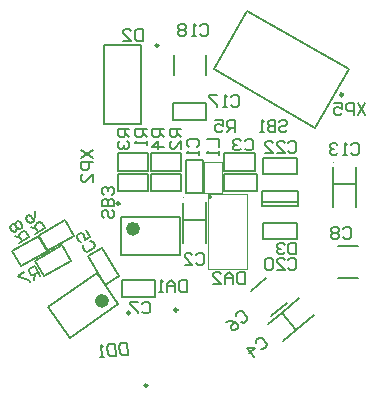
<source format=gbo>
G04*
G04 #@! TF.GenerationSoftware,Altium Limited,Altium Designer,25.1.2 (22)*
G04*
G04 Layer_Color=16776960*
%FSLAX44Y44*%
%MOMM*%
G71*
G04*
G04 #@! TF.SameCoordinates,7166223C-B6ED-409E-8759-D5DD53971EAE*
G04*
G04*
G04 #@! TF.FilePolarity,Positive*
G04*
G01*
G75*
%ADD10C,0.2500*%
%ADD11C,0.2540*%
%ADD12C,0.2000*%
%ADD13C,0.6000*%
%ADD14C,0.1270*%
%ADD15C,0.1000*%
D10*
X119447Y90480D02*
G03*
X119447Y90480I-1250J0D01*
G01*
X110750Y183000D02*
G03*
X110750Y183000I-1250J0D01*
G01*
X299756Y275284D02*
G03*
X299756Y275284I-1250J0D01*
G01*
X143500Y317000D02*
G03*
X143500Y317000I-1250J0D01*
G01*
D11*
X134250Y29000D02*
G03*
X134250Y29000I-1250J0D01*
G01*
X159650Y93000D02*
G03*
X159650Y93000I-1250J0D01*
G01*
D12*
X187294Y187769D02*
G03*
X187098Y187789I0J1000D01*
G01*
X236759Y81455D02*
X247850Y90761D01*
X249362Y66830D02*
X260258Y75974D01*
X247850Y90761D02*
X262832Y103333D01*
X247850Y90761D02*
X260258Y75974D01*
X275241Y88545D01*
X221807Y108915D02*
X234798Y119816D01*
X239202Y88184D02*
X252193Y99085D01*
X199000Y194000D02*
X227000D01*
X199000Y208000D02*
X227000D01*
X199000Y194000D02*
Y208000D01*
X227000Y194000D02*
Y208000D01*
X50344Y95767D02*
X68698Y69554D01*
X91302Y124446D02*
X109656Y98233D01*
X50344Y95767D02*
X91302Y124446D01*
X68698Y69554D02*
X109656Y98233D01*
X39362Y134745D02*
X61879Y147745D01*
X46863Y121755D02*
X69379Y134755D01*
X61879Y147745D02*
X69379Y134755D01*
X39362Y134745D02*
X46863Y121755D01*
X291348Y179982D02*
Y199540D01*
X310652Y199540D01*
X310652Y179982D02*
X310652Y199540D01*
X291348Y199540D02*
Y213764D01*
X310652Y214018D02*
X310652Y199540D01*
X97938Y114376D02*
X110062Y121376D01*
X83938Y138624D02*
X96062Y145624D01*
X110062Y121376D01*
X83938Y138624D02*
X97938Y114376D01*
X19742Y142995D02*
X27242Y130005D01*
X42258Y155995D02*
X49758Y143005D01*
X27242Y130005D02*
X49758Y143005D01*
X19742Y142995D02*
X42258Y155995D01*
X295521Y120469D02*
X312479D01*
X295521Y147531D02*
X312479D01*
X232500Y153000D02*
Y167000D01*
X260500Y153000D02*
Y167000D01*
X232500Y153000D02*
X260500D01*
X232500Y167000D02*
X260500D01*
Y208000D02*
Y222000D01*
X232500Y208000D02*
Y222000D01*
X260500D01*
X232500Y208000D02*
X260500D01*
X225000Y210500D02*
Y225500D01*
X199000Y210500D02*
Y225500D01*
X225000D01*
X199000Y210500D02*
X225000D01*
X164348Y149982D02*
Y169540D01*
X183652D01*
Y149982D02*
Y169540D01*
X164348D02*
Y183764D01*
X183652Y169540D02*
Y184018D01*
X167000Y220000D02*
X181000D01*
X167000Y192000D02*
X181000D01*
X167000D02*
Y220000D01*
X181000Y192000D02*
Y220000D01*
X141000Y104000D02*
Y118000D01*
X113000Y104000D02*
Y118000D01*
X141000D01*
X113000Y104000D02*
X141000D01*
X112050Y171750D02*
X162050D01*
X112050Y139750D02*
X162050D01*
X112050D02*
Y171750D01*
X162050Y139750D02*
Y171750D01*
X137000Y193500D02*
Y208500D01*
X163000Y193500D02*
Y208500D01*
X137000Y193500D02*
X163000D01*
X137000Y208500D02*
X163000D01*
X163000Y210500D02*
Y225500D01*
X137000Y210500D02*
Y225500D01*
X163000D01*
X137000Y210500D02*
X163000D01*
X135000D02*
Y225500D01*
X109000Y210500D02*
Y225500D01*
X135000D01*
X109000Y210500D02*
X135000D01*
Y193500D02*
Y208500D01*
X109000Y193500D02*
Y208500D01*
X135000D01*
X109000Y193500D02*
X135000D01*
X190352Y296954D02*
X218927Y346447D01*
X304663Y296947D01*
X276088Y247454D02*
X304663Y296947D01*
X190352Y296954D02*
X276088Y247454D01*
X41992Y155995D02*
X64508Y168995D01*
X49492Y143005D02*
X72008Y156005D01*
X64508Y168995D02*
X72008Y156005D01*
X41992Y155995D02*
X49492Y143005D01*
X97500Y250500D02*
X128500D01*
X97500Y317500D02*
X128500D01*
X97500Y250500D02*
Y317500D01*
X128500Y250500D02*
Y317500D01*
X183531Y291521D02*
Y308479D01*
X156469Y291521D02*
Y308479D01*
X156000Y254000D02*
X184000D01*
X156000Y268000D02*
X184000D01*
X156000Y254000D02*
Y268000D01*
X184000Y254000D02*
Y268000D01*
X78002Y228329D02*
X87998Y221665D01*
X78002D02*
X87998Y228329D01*
Y218332D02*
X78002D01*
Y213334D01*
X79668Y211668D01*
X83000D01*
X84666Y213334D01*
Y218332D01*
X87998Y201671D02*
Y208335D01*
X81334Y201671D01*
X79668D01*
X78002Y203337D01*
Y206669D01*
X79668Y208335D01*
X318855Y268282D02*
X312190Y258285D01*
Y268282D02*
X318855Y258285D01*
X308858D02*
Y268282D01*
X303860D01*
X302193Y266616D01*
Y263284D01*
X303860Y261617D01*
X308858D01*
X292197Y268282D02*
X298861D01*
Y263284D01*
X295529Y264950D01*
X293863D01*
X292197Y263284D01*
Y259951D01*
X293863Y258285D01*
X297195D01*
X298861Y259951D01*
X216677Y124842D02*
Y114846D01*
X211679D01*
X210012Y116512D01*
Y123176D01*
X211679Y124842D01*
X216677D01*
X206680Y114846D02*
Y121510D01*
X203348Y124842D01*
X200016Y121510D01*
Y114846D01*
Y119844D01*
X206680D01*
X190019Y114846D02*
X196684D01*
X190019Y121510D01*
Y123176D01*
X191685Y124842D01*
X195017D01*
X196684Y123176D01*
X260331Y149998D02*
Y140002D01*
X255332D01*
X253666Y141668D01*
Y148332D01*
X255332Y149998D01*
X260331D01*
X250334Y148332D02*
X248668Y149998D01*
X245336D01*
X243669Y148332D01*
Y146666D01*
X245336Y145000D01*
X247002D01*
X245336D01*
X243669Y143334D01*
Y141668D01*
X245336Y140002D01*
X248668D01*
X250334Y141668D01*
X245998Y252332D02*
X247665Y253998D01*
X250997D01*
X252663Y252332D01*
Y250666D01*
X250997Y249000D01*
X247665D01*
X245998Y247334D01*
Y245668D01*
X247665Y244002D01*
X250997D01*
X252663Y245668D01*
X242666Y253998D02*
Y244002D01*
X237668D01*
X236002Y245668D01*
Y247334D01*
X237668Y249000D01*
X242666D01*
X237668D01*
X236002Y250666D01*
Y252332D01*
X237668Y253998D01*
X242666D01*
X232669Y244002D02*
X229337D01*
X231003D01*
Y253998D01*
X232669Y252332D01*
X104332Y177335D02*
X105998Y175669D01*
Y172337D01*
X104332Y170671D01*
X102666D01*
X101000Y172337D01*
Y175669D01*
X99334Y177335D01*
X97668D01*
X96002Y175669D01*
Y172337D01*
X97668Y170671D01*
X105998Y180668D02*
X96002D01*
Y185666D01*
X97668Y187332D01*
X99334D01*
X101000Y185666D01*
Y180668D01*
Y185666D01*
X102666Y187332D01*
X104332D01*
X105998Y185666D01*
Y180668D01*
X104332Y190665D02*
X105998Y192331D01*
Y195663D01*
X104332Y197329D01*
X102666D01*
X101000Y195663D01*
Y193997D01*
Y195663D01*
X99334Y197329D01*
X97668D01*
X96002Y195663D01*
Y192331D01*
X97668Y190665D01*
X25512Y149536D02*
X34169Y154535D01*
X31670Y158863D01*
X29394Y159473D01*
X26508Y157807D01*
X25898Y155531D01*
X28397Y151202D01*
X26731Y154088D02*
X22179Y155308D01*
X27728Y162359D02*
X28338Y164635D01*
X26672Y167521D01*
X24395Y168131D01*
X22953Y167298D01*
X22343Y165022D01*
X20067Y165632D01*
X18624Y164799D01*
X18014Y162523D01*
X19680Y159637D01*
X21956Y159027D01*
X23399Y159860D01*
X24009Y162136D01*
X26285Y161526D01*
X27728Y162359D01*
X24009Y162136D02*
X22343Y165022D01*
X43714Y121837D02*
X38715Y130494D01*
X34387Y127995D01*
X33777Y125719D01*
X35443Y122833D01*
X37719Y122223D01*
X42048Y124722D01*
X39162Y123056D02*
X37942Y118504D01*
X30058Y125496D02*
X24286Y122163D01*
X25119Y120721D01*
X34223Y118281D01*
X35056Y116838D01*
X38837Y157286D02*
X47494Y162285D01*
X44995Y166613D01*
X42719Y167223D01*
X39833Y165557D01*
X39223Y163281D01*
X41722Y158952D01*
X40056Y161838D02*
X35504Y163058D01*
X39163Y176714D02*
X39387Y172995D01*
X38167Y168443D01*
X35281Y166777D01*
X33005Y167387D01*
X31339Y170273D01*
X31949Y172548D01*
X33392Y173382D01*
X35668Y172772D01*
X38167Y168443D01*
X208331Y244002D02*
Y253998D01*
X203332D01*
X201666Y252332D01*
Y249000D01*
X203332Y247334D01*
X208331D01*
X204998D02*
X201666Y244002D01*
X191669Y253998D02*
X198334D01*
Y249000D01*
X195002Y250666D01*
X193335D01*
X191669Y249000D01*
Y245668D01*
X193335Y244002D01*
X196668D01*
X198334Y245668D01*
X148332Y246331D02*
X138335D01*
Y241332D01*
X140001Y239666D01*
X143333D01*
X144999Y241332D01*
Y246331D01*
Y242998D02*
X148332Y239666D01*
Y231336D02*
X138335D01*
X143333Y236334D01*
Y229669D01*
X118998Y246331D02*
X109002D01*
Y241332D01*
X110668Y239666D01*
X114000D01*
X115666Y241332D01*
Y246331D01*
Y242998D02*
X118998Y239666D01*
X110668Y236334D02*
X109002Y234668D01*
Y231336D01*
X110668Y229669D01*
X112334D01*
X114000Y231336D01*
Y233002D01*
Y231336D01*
X115666Y229669D01*
X117332D01*
X118998Y231336D01*
Y234668D01*
X117332Y236334D01*
X162998Y246331D02*
X153002D01*
Y241332D01*
X154668Y239666D01*
X158000D01*
X159666Y241332D01*
Y246331D01*
Y242998D02*
X162998Y239666D01*
Y229669D02*
Y236334D01*
X156334Y229669D01*
X154668D01*
X153002Y231336D01*
Y234668D01*
X154668Y236334D01*
X133665Y246331D02*
X123668D01*
Y241332D01*
X125334Y239666D01*
X128667D01*
X130333Y241332D01*
Y246331D01*
Y242998D02*
X133665Y239666D01*
Y236334D02*
Y233002D01*
Y234668D01*
X123668D01*
X125334Y236334D01*
X185002Y237665D02*
X194998D01*
Y231000D01*
Y227668D02*
Y224335D01*
Y226002D01*
X185002D01*
X186668Y227668D01*
X116585Y65065D02*
X117457Y55107D01*
X112477Y54671D01*
X110672Y56186D01*
X110091Y62825D01*
X111606Y64630D01*
X116585Y65065D01*
X106627Y64194D02*
X107498Y54236D01*
X102519Y53800D01*
X100714Y55314D01*
X100133Y61954D01*
X101647Y63759D01*
X106627Y64194D01*
X97539Y53364D02*
X94220Y53074D01*
X95879Y53219D01*
X95008Y63178D01*
X96813Y61663D01*
X167663Y117998D02*
Y108002D01*
X162665D01*
X160998Y109668D01*
Y116332D01*
X162665Y117998D01*
X167663D01*
X157666Y108002D02*
Y114666D01*
X154334Y117998D01*
X151002Y114666D01*
Y108002D01*
Y113000D01*
X157666D01*
X147669Y108002D02*
X144337D01*
X146003D01*
Y117998D01*
X147669Y116332D01*
X130331Y330998D02*
Y321002D01*
X125332D01*
X123666Y322668D01*
Y329332D01*
X125332Y330998D01*
X130331D01*
X113669Y321002D02*
X120334D01*
X113669Y327666D01*
Y329332D01*
X115336Y330998D01*
X118668D01*
X120334Y329332D01*
X253664Y234332D02*
X255331Y235998D01*
X258663D01*
X260329Y234332D01*
Y227668D01*
X258663Y226002D01*
X255331D01*
X253664Y227668D01*
X243668Y226002D02*
X250332D01*
X243668Y232666D01*
Y234332D01*
X245334Y235998D01*
X248666D01*
X250332Y234332D01*
X233671Y226002D02*
X240336D01*
X233671Y232666D01*
Y234332D01*
X235337Y235998D01*
X238669D01*
X240336Y234332D01*
X253664Y135332D02*
X255331Y136998D01*
X258663D01*
X260329Y135332D01*
Y128668D01*
X258663Y127002D01*
X255331D01*
X253664Y128668D01*
X243668Y127002D02*
X250332D01*
X243668Y133666D01*
Y135332D01*
X245334Y136998D01*
X248666D01*
X250332Y135332D01*
X240336D02*
X238669Y136998D01*
X235337D01*
X233671Y135332D01*
Y128668D01*
X235337Y127002D01*
X238669D01*
X240336Y128668D01*
Y135332D01*
X178832Y333332D02*
X180498Y334998D01*
X183830D01*
X185496Y333332D01*
Y326668D01*
X183830Y325002D01*
X180498D01*
X178832Y326668D01*
X175499Y325002D02*
X172167D01*
X173833D01*
Y334998D01*
X175499Y333332D01*
X167169D02*
X165502Y334998D01*
X162170D01*
X160504Y333332D01*
Y331666D01*
X162170Y330000D01*
X160504Y328334D01*
Y326668D01*
X162170Y325002D01*
X165502D01*
X167169Y326668D01*
Y328334D01*
X165502Y330000D01*
X167169Y331666D01*
Y333332D01*
X165502Y330000D02*
X162170D01*
X204832Y273332D02*
X206498Y274998D01*
X209830D01*
X211496Y273332D01*
Y266668D01*
X209830Y265002D01*
X206498D01*
X204832Y266668D01*
X201499Y265002D02*
X198167D01*
X199833D01*
Y274998D01*
X201499Y273332D01*
X193169Y274998D02*
X186504D01*
Y273332D01*
X193169Y266668D01*
Y265002D01*
X306831Y232332D02*
X308498Y233998D01*
X311830D01*
X313496Y232332D01*
Y225668D01*
X311830Y224002D01*
X308498D01*
X306831Y225668D01*
X303499Y224002D02*
X300167D01*
X301833D01*
Y233998D01*
X303499Y232332D01*
X295168D02*
X293502Y233998D01*
X290170D01*
X288504Y232332D01*
Y230666D01*
X290170Y229000D01*
X291836D01*
X290170D01*
X288504Y227334D01*
Y225668D01*
X290170Y224002D01*
X293502D01*
X295168Y225668D01*
X299666Y161332D02*
X301332Y162998D01*
X304664D01*
X306331Y161332D01*
Y154668D01*
X304664Y153002D01*
X301332D01*
X299666Y154668D01*
X296334Y161332D02*
X294668Y162998D01*
X291336D01*
X289669Y161332D01*
Y159666D01*
X291336Y158000D01*
X289669Y156334D01*
Y154668D01*
X291336Y153002D01*
X294668D01*
X296334Y154668D01*
Y156334D01*
X294668Y158000D01*
X296334Y159666D01*
Y161332D01*
X294668Y158000D02*
X291336D01*
X129666Y98332D02*
X131332Y99998D01*
X134664D01*
X136331Y98332D01*
Y91668D01*
X134664Y90002D01*
X131332D01*
X129666Y91668D01*
X126334Y99998D02*
X119669D01*
Y98332D01*
X126334Y91668D01*
Y90002D01*
X209195Y87642D02*
X209400Y89989D01*
X211953Y92131D01*
X214300Y91926D01*
X218584Y86821D01*
X218379Y84473D01*
X215826Y82331D01*
X213479Y82537D01*
X200466Y82493D02*
X204090Y83358D01*
X208784Y82948D01*
X210926Y80395D01*
X210721Y78047D01*
X208168Y75906D01*
X205821Y76111D01*
X204750Y77387D01*
X204955Y79735D01*
X208784Y82948D01*
X85719Y151223D02*
X87995Y150613D01*
X89661Y147727D01*
X89051Y145452D01*
X83279Y142119D01*
X81004Y142729D01*
X79337Y145615D01*
X79947Y147891D01*
X82163Y160714D02*
X85496Y154942D01*
X81167Y152443D01*
X80944Y156162D01*
X80111Y157605D01*
X77835Y158215D01*
X74949Y156548D01*
X74339Y154272D01*
X76005Y151387D01*
X78281Y150777D01*
X225761Y65167D02*
X225967Y67514D01*
X228519Y69656D01*
X230867Y69451D01*
X235151Y64345D01*
X234945Y61998D01*
X232393Y59856D01*
X230045Y60061D01*
X224735Y53430D02*
X218309Y61088D01*
X225351Y60472D01*
X220245Y56188D01*
X216666Y236332D02*
X218332Y237998D01*
X221665D01*
X223331Y236332D01*
Y229668D01*
X221665Y228002D01*
X218332D01*
X216666Y229668D01*
X213334Y236332D02*
X211668Y237998D01*
X208335D01*
X206669Y236332D01*
Y234666D01*
X208335Y233000D01*
X210002D01*
X208335D01*
X206669Y231334D01*
Y229668D01*
X208335Y228002D01*
X211668D01*
X213334Y229668D01*
X175666Y139332D02*
X177332Y140998D01*
X180665D01*
X182331Y139332D01*
Y132668D01*
X180665Y131002D01*
X177332D01*
X175666Y132668D01*
X165669Y131002D02*
X172334D01*
X165669Y137666D01*
Y139332D01*
X167335Y140998D01*
X170668D01*
X172334Y139332D01*
X169668Y231000D02*
X168002Y232666D01*
Y235998D01*
X169668Y237665D01*
X176332D01*
X177998Y235998D01*
Y232666D01*
X176332Y231000D01*
X177998Y227668D02*
Y224335D01*
Y226002D01*
X168002D01*
X169668Y227668D01*
D13*
X98729Y100689D02*
G03*
X98729Y100689I-3000J0D01*
G01*
X125050Y161750D02*
G03*
X125050Y161750I-3000J0D01*
G01*
D14*
X231260Y184452D02*
X261740D01*
Y181404D02*
Y184452D01*
Y193596D01*
X231260D02*
X261740D01*
X231260Y184452D02*
Y193596D01*
Y181404D02*
Y184452D01*
Y181404D02*
X261740D01*
D15*
X246520Y64224D02*
G03*
X246520Y64224I-500J0D01*
G01*
X292000Y218000D02*
G03*
X292000Y218000I-500J0D01*
G01*
X165000Y188000D02*
G03*
X165000Y188000I-500J0D01*
G01*
X185490Y127250D02*
Y190750D01*
Y127250D02*
X218510D01*
Y190750D01*
X185490D02*
X218510D01*
X197500Y192000D02*
Y218000D01*
X182500D02*
X197500D01*
X182500Y192000D02*
Y218000D01*
Y192000D02*
X197500D01*
M02*

</source>
